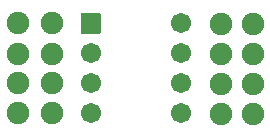
<source format=gbr>
G04 #@! TF.GenerationSoftware,KiCad,Pcbnew,(5.99.0-1221-g4a6c03e7f)*
G04 #@! TF.CreationDate,2020-04-06T23:42:19+02:00*
G04 #@! TF.ProjectId,flex-dip-v2,666c6578-2d64-4697-902d-76322e6b6963,rev?*
G04 #@! TF.SameCoordinates,Original*
G04 #@! TF.FileFunction,Soldermask,Top*
G04 #@! TF.FilePolarity,Negative*
%FSLAX46Y46*%
G04 Gerber Fmt 4.6, Leading zero omitted, Abs format (unit mm)*
G04 Created by KiCad (PCBNEW (5.99.0-1221-g4a6c03e7f)) date 2020-04-06 23:42:19*
%MOMM*%
%LPD*%
G01*
G04 APERTURE LIST*
%ADD10C,1.902000*%
%ADD11C,1.702000*%
G04 APERTURE END LIST*
D10*
X108955840Y-63522860D03*
D11*
X122760740Y-63515240D03*
X122760740Y-66055240D03*
X122760740Y-68595240D03*
X122760740Y-71135240D03*
X115140740Y-71135240D03*
X115140740Y-68595240D03*
X115140740Y-66055240D03*
G36*
G01*
X114289740Y-64315240D02*
X114289740Y-62715240D01*
G75*
G02*
X114340740Y-62664240I51000J0D01*
G01*
X115940740Y-62664240D01*
G75*
G02*
X115991740Y-62715240I0J-51000D01*
G01*
X115991740Y-64315240D01*
G75*
G02*
X115940740Y-64366240I-51000J0D01*
G01*
X114340740Y-64366240D01*
G75*
G02*
X114289740Y-64315240I0J51000D01*
G01*
G37*
D10*
X111828580Y-63522860D03*
X111833660Y-71135240D03*
X128856740Y-63535560D03*
X108960920Y-66065400D03*
X108968540Y-71137780D03*
X126184660Y-63533020D03*
X111828580Y-66065400D03*
X126207520Y-71155560D03*
X126159260Y-68607940D03*
X111823500Y-68597780D03*
X108971080Y-68590160D03*
X128866900Y-71163180D03*
X128869440Y-66075560D03*
X128859280Y-68605400D03*
X126204980Y-66070480D03*
D11*
X122776161Y-63521741D03*
X122776161Y-66061741D03*
X122776161Y-68601741D03*
X122776161Y-71141741D03*
X115156161Y-71141741D03*
X115156161Y-68601741D03*
X115156161Y-66061741D03*
G36*
G01*
X114305161Y-64321741D02*
X114305161Y-62721741D01*
G75*
G02*
X114356161Y-62670741I51000J0D01*
G01*
X115956161Y-62670741D01*
G75*
G02*
X116007161Y-62721741I0J-51000D01*
G01*
X116007161Y-64321741D01*
G75*
G02*
X115956161Y-64372741I-51000J0D01*
G01*
X114356161Y-64372741D01*
G75*
G02*
X114305161Y-64321741I0J51000D01*
G01*
G37*
M02*

</source>
